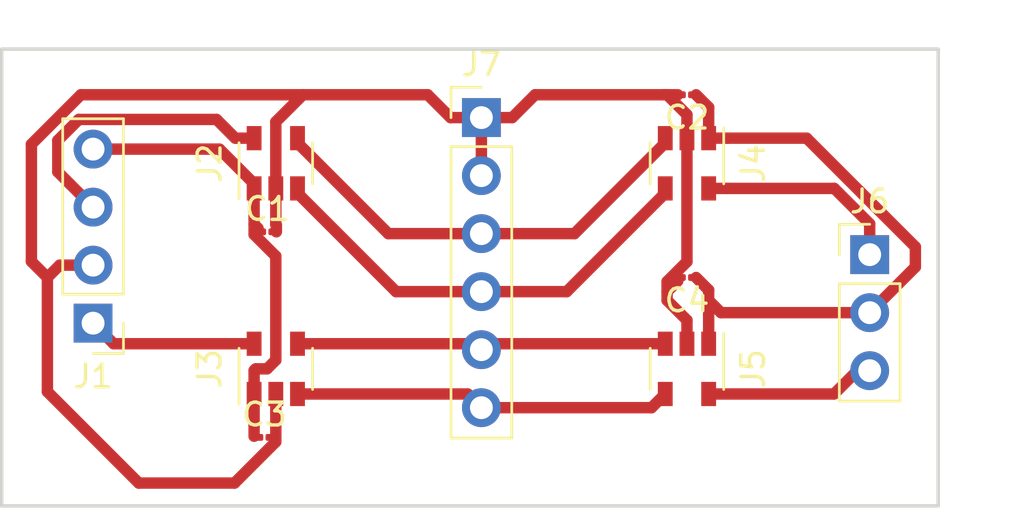
<source format=kicad_pcb>
(kicad_pcb (version 20171130) (host pcbnew 5.0.2-bee76a0~70~ubuntu18.04.1)

  (general
    (thickness 1.6)
    (drawings 4)
    (tracks 95)
    (zones 0)
    (modules 11)
    (nets 11)
  )

  (page A4)
  (layers
    (0 F.Cu signal)
    (31 B.Cu signal)
    (32 B.Adhes user)
    (33 F.Adhes user)
    (34 B.Paste user)
    (35 F.Paste user)
    (36 B.SilkS user)
    (37 F.SilkS user)
    (38 B.Mask user)
    (39 F.Mask user)
    (40 Dwgs.User user)
    (41 Cmts.User user)
    (42 Eco1.User user)
    (43 Eco2.User user)
    (44 Edge.Cuts user)
    (45 Margin user)
    (46 B.CrtYd user)
    (47 F.CrtYd user)
    (48 B.Fab user)
    (49 F.Fab user)
  )

  (setup
    (last_trace_width 0.5)
    (trace_clearance 0.2)
    (zone_clearance 0.508)
    (zone_45_only no)
    (trace_min 0.2)
    (segment_width 0.2)
    (edge_width 0.15)
    (via_size 0.8)
    (via_drill 0.4)
    (via_min_size 0.4)
    (via_min_drill 0.3)
    (uvia_size 0.3)
    (uvia_drill 0.1)
    (uvias_allowed no)
    (uvia_min_size 0.2)
    (uvia_min_drill 0.1)
    (pcb_text_width 0.3)
    (pcb_text_size 1.5 1.5)
    (mod_edge_width 0.15)
    (mod_text_size 1 1)
    (mod_text_width 0.15)
    (pad_size 1.524 1.524)
    (pad_drill 0.762)
    (pad_to_mask_clearance 0.051)
    (solder_mask_min_width 0.25)
    (aux_axis_origin 0 0)
    (visible_elements FFFFFF7F)
    (pcbplotparams
      (layerselection 0x01000_7fffffff)
      (usegerberextensions false)
      (usegerberattributes false)
      (usegerberadvancedattributes false)
      (creategerberjobfile false)
      (excludeedgelayer true)
      (linewidth 0.100000)
      (plotframeref false)
      (viasonmask false)
      (mode 1)
      (useauxorigin false)
      (hpglpennumber 1)
      (hpglpenspeed 20)
      (hpglpendiameter 15.000000)
      (psnegative false)
      (psa4output false)
      (plotreference true)
      (plotvalue true)
      (plotinvisibletext false)
      (padsonsilk false)
      (subtractmaskfromsilk false)
      (outputformat 1)
      (mirror false)
      (drillshape 0)
      (scaleselection 1)
      (outputdirectory "grb"))
  )

  (net 0 "")
  (net 1 GND)
  (net 2 +3V3)
  (net 3 RX_1)
  (net 4 TX_0)
  (net 5 RX_0)
  (net 6 TX_1)
  (net 7 Z0)
  (net 8 Y0)
  (net 9 Z1)
  (net 10 Y1)

  (net_class Default "This is the default net class."
    (clearance 0.2)
    (trace_width 0.5)
    (via_dia 0.8)
    (via_drill 0.4)
    (uvia_dia 0.3)
    (uvia_drill 0.1)
    (add_net +3V3)
    (add_net GND)
    (add_net RX_0)
    (add_net RX_1)
    (add_net TX_0)
    (add_net TX_1)
    (add_net Y0)
    (add_net Y1)
    (add_net Z0)
    (add_net Z1)
  )

  (module Capacitor_SMD:C_01005_0402Metric (layer F.Cu) (tedit 5B301BBE) (tstamp 5D66FD36)
    (at 11.625001 8)
    (descr "Capacitor SMD 01005 (0402 Metric), square (rectangular) end terminal, IPC_7351 nominal, (Body size source: http://www.vishay.com/docs/20056/crcw01005e3.pdf), generated with kicad-footprint-generator")
    (tags capacitor)
    (path /5D5ACE11)
    (attr smd)
    (fp_text reference C1 (at 0 -1) (layer F.SilkS)
      (effects (font (size 1 1) (thickness 0.15)))
    )
    (fp_text value 0.1u (at 0 1) (layer F.Fab)
      (effects (font (size 1 1) (thickness 0.15)))
    )
    (fp_text user %R (at 0 -0.62) (layer F.Fab)
      (effects (font (size 0.25 0.25) (thickness 0.04)))
    )
    (fp_line (start 0.6 0.3) (end -0.6 0.3) (layer F.CrtYd) (width 0.05))
    (fp_line (start 0.6 -0.3) (end 0.6 0.3) (layer F.CrtYd) (width 0.05))
    (fp_line (start -0.6 -0.3) (end 0.6 -0.3) (layer F.CrtYd) (width 0.05))
    (fp_line (start -0.6 0.3) (end -0.6 -0.3) (layer F.CrtYd) (width 0.05))
    (fp_line (start 0.2 0.1) (end -0.2 0.1) (layer F.Fab) (width 0.1))
    (fp_line (start 0.2 -0.1) (end 0.2 0.1) (layer F.Fab) (width 0.1))
    (fp_line (start -0.2 -0.1) (end 0.2 -0.1) (layer F.Fab) (width 0.1))
    (fp_line (start -0.2 0.1) (end -0.2 -0.1) (layer F.Fab) (width 0.1))
    (pad 2 smd roundrect (at 0.25 0) (size 0.4 0.3) (layers F.Cu F.Mask) (roundrect_rratio 0.25)
      (net 1 GND))
    (pad 1 smd roundrect (at -0.25 0) (size 0.4 0.3) (layers F.Cu F.Mask) (roundrect_rratio 0.25)
      (net 2 +3V3))
    (pad "" smd roundrect (at 0.275 0) (size 0.27 0.27) (layers F.Paste) (roundrect_rratio 0.25))
    (pad "" smd roundrect (at -0.275 0) (size 0.27 0.27) (layers F.Paste) (roundrect_rratio 0.25))
    (model ${KISYS3DMOD}/Capacitor_SMD.3dshapes/C_01005_0402Metric.wrl
      (at (xyz 0 0 0))
      (scale (xyz 1 1 1))
      (rotate (xyz 0 0 0))
    )
  )

  (module Capacitor_SMD:C_01005_0402Metric (layer F.Cu) (tedit 5B301BBE) (tstamp 5D66FD47)
    (at 30 2 180)
    (descr "Capacitor SMD 01005 (0402 Metric), square (rectangular) end terminal, IPC_7351 nominal, (Body size source: http://www.vishay.com/docs/20056/crcw01005e3.pdf), generated with kicad-footprint-generator")
    (tags capacitor)
    (path /5D5ACE3A)
    (attr smd)
    (fp_text reference C2 (at 0 -1 180) (layer F.SilkS)
      (effects (font (size 1 1) (thickness 0.15)))
    )
    (fp_text value 0.1u (at 0 1 180) (layer F.Fab)
      (effects (font (size 1 1) (thickness 0.15)))
    )
    (fp_line (start -0.2 0.1) (end -0.2 -0.1) (layer F.Fab) (width 0.1))
    (fp_line (start -0.2 -0.1) (end 0.2 -0.1) (layer F.Fab) (width 0.1))
    (fp_line (start 0.2 -0.1) (end 0.2 0.1) (layer F.Fab) (width 0.1))
    (fp_line (start 0.2 0.1) (end -0.2 0.1) (layer F.Fab) (width 0.1))
    (fp_line (start -0.6 0.3) (end -0.6 -0.3) (layer F.CrtYd) (width 0.05))
    (fp_line (start -0.6 -0.3) (end 0.6 -0.3) (layer F.CrtYd) (width 0.05))
    (fp_line (start 0.6 -0.3) (end 0.6 0.3) (layer F.CrtYd) (width 0.05))
    (fp_line (start 0.6 0.3) (end -0.6 0.3) (layer F.CrtYd) (width 0.05))
    (fp_text user %R (at 0 -0.62 180) (layer F.Fab)
      (effects (font (size 0.25 0.25) (thickness 0.04)))
    )
    (pad "" smd roundrect (at -0.275 0 180) (size 0.27 0.27) (layers F.Paste) (roundrect_rratio 0.25))
    (pad "" smd roundrect (at 0.275 0 180) (size 0.27 0.27) (layers F.Paste) (roundrect_rratio 0.25))
    (pad 1 smd roundrect (at -0.25 0 180) (size 0.4 0.3) (layers F.Cu F.Mask) (roundrect_rratio 0.25)
      (net 2 +3V3))
    (pad 2 smd roundrect (at 0.25 0 180) (size 0.4 0.3) (layers F.Cu F.Mask) (roundrect_rratio 0.25)
      (net 1 GND))
    (model ${KISYS3DMOD}/Capacitor_SMD.3dshapes/C_01005_0402Metric.wrl
      (at (xyz 0 0 0))
      (scale (xyz 1 1 1))
      (rotate (xyz 0 0 0))
    )
  )

  (module Capacitor_SMD:C_01005_0402Metric (layer F.Cu) (tedit 5B301BBE) (tstamp 5D66FD58)
    (at 11.5 17)
    (descr "Capacitor SMD 01005 (0402 Metric), square (rectangular) end terminal, IPC_7351 nominal, (Body size source: http://www.vishay.com/docs/20056/crcw01005e3.pdf), generated with kicad-footprint-generator")
    (tags capacitor)
    (path /5D5ACA20)
    (attr smd)
    (fp_text reference C3 (at 0 -1) (layer F.SilkS)
      (effects (font (size 1 1) (thickness 0.15)))
    )
    (fp_text value 0.1u (at 0 1) (layer F.Fab)
      (effects (font (size 1 1) (thickness 0.15)))
    )
    (fp_line (start -0.2 0.1) (end -0.2 -0.1) (layer F.Fab) (width 0.1))
    (fp_line (start -0.2 -0.1) (end 0.2 -0.1) (layer F.Fab) (width 0.1))
    (fp_line (start 0.2 -0.1) (end 0.2 0.1) (layer F.Fab) (width 0.1))
    (fp_line (start 0.2 0.1) (end -0.2 0.1) (layer F.Fab) (width 0.1))
    (fp_line (start -0.6 0.3) (end -0.6 -0.3) (layer F.CrtYd) (width 0.05))
    (fp_line (start -0.6 -0.3) (end 0.6 -0.3) (layer F.CrtYd) (width 0.05))
    (fp_line (start 0.6 -0.3) (end 0.6 0.3) (layer F.CrtYd) (width 0.05))
    (fp_line (start 0.6 0.3) (end -0.6 0.3) (layer F.CrtYd) (width 0.05))
    (fp_text user %R (at 0 -0.62) (layer F.Fab)
      (effects (font (size 0.25 0.25) (thickness 0.04)))
    )
    (pad "" smd roundrect (at -0.275 0) (size 0.27 0.27) (layers F.Paste) (roundrect_rratio 0.25))
    (pad "" smd roundrect (at 0.275 0) (size 0.27 0.27) (layers F.Paste) (roundrect_rratio 0.25))
    (pad 1 smd roundrect (at -0.25 0) (size 0.4 0.3) (layers F.Cu F.Mask) (roundrect_rratio 0.25)
      (net 2 +3V3))
    (pad 2 smd roundrect (at 0.25 0) (size 0.4 0.3) (layers F.Cu F.Mask) (roundrect_rratio 0.25)
      (net 1 GND))
    (model ${KISYS3DMOD}/Capacitor_SMD.3dshapes/C_01005_0402Metric.wrl
      (at (xyz 0 0 0))
      (scale (xyz 1 1 1))
      (rotate (xyz 0 0 0))
    )
  )

  (module Capacitor_SMD:C_01005_0402Metric (layer F.Cu) (tedit 5B301BBE) (tstamp 5D66FD69)
    (at 30 10 180)
    (descr "Capacitor SMD 01005 (0402 Metric), square (rectangular) end terminal, IPC_7351 nominal, (Body size source: http://www.vishay.com/docs/20056/crcw01005e3.pdf), generated with kicad-footprint-generator")
    (tags capacitor)
    (path /5D5ACE99)
    (attr smd)
    (fp_text reference C4 (at 0 -1 180) (layer F.SilkS)
      (effects (font (size 1 1) (thickness 0.15)))
    )
    (fp_text value 0.1u (at 0 1 180) (layer F.Fab)
      (effects (font (size 1 1) (thickness 0.15)))
    )
    (fp_text user %R (at 0 -0.62 180) (layer F.Fab)
      (effects (font (size 0.25 0.25) (thickness 0.04)))
    )
    (fp_line (start 0.6 0.3) (end -0.6 0.3) (layer F.CrtYd) (width 0.05))
    (fp_line (start 0.6 -0.3) (end 0.6 0.3) (layer F.CrtYd) (width 0.05))
    (fp_line (start -0.6 -0.3) (end 0.6 -0.3) (layer F.CrtYd) (width 0.05))
    (fp_line (start -0.6 0.3) (end -0.6 -0.3) (layer F.CrtYd) (width 0.05))
    (fp_line (start 0.2 0.1) (end -0.2 0.1) (layer F.Fab) (width 0.1))
    (fp_line (start 0.2 -0.1) (end 0.2 0.1) (layer F.Fab) (width 0.1))
    (fp_line (start -0.2 -0.1) (end 0.2 -0.1) (layer F.Fab) (width 0.1))
    (fp_line (start -0.2 0.1) (end -0.2 -0.1) (layer F.Fab) (width 0.1))
    (pad 2 smd roundrect (at 0.25 0 180) (size 0.4 0.3) (layers F.Cu F.Mask) (roundrect_rratio 0.25)
      (net 1 GND))
    (pad 1 smd roundrect (at -0.25 0 180) (size 0.4 0.3) (layers F.Cu F.Mask) (roundrect_rratio 0.25)
      (net 2 +3V3))
    (pad "" smd roundrect (at 0.275 0 180) (size 0.27 0.27) (layers F.Paste) (roundrect_rratio 0.25))
    (pad "" smd roundrect (at -0.275 0 180) (size 0.27 0.27) (layers F.Paste) (roundrect_rratio 0.25))
    (model ${KISYS3DMOD}/Capacitor_SMD.3dshapes/C_01005_0402Metric.wrl
      (at (xyz 0 0 0))
      (scale (xyz 1 1 1))
      (rotate (xyz 0 0 0))
    )
  )

  (module Connector_PinHeader_2.54mm:PinHeader_1x04_P2.54mm_Vertical (layer F.Cu) (tedit 59FED5CC) (tstamp 5D66FD81)
    (at 4 12 180)
    (descr "Through hole straight pin header, 1x04, 2.54mm pitch, single row")
    (tags "Through hole pin header THT 1x04 2.54mm single row")
    (path /5D5ABB9B)
    (fp_text reference J1 (at 0 -2.33 180) (layer F.SilkS)
      (effects (font (size 1 1) (thickness 0.15)))
    )
    (fp_text value FPGA_0 (at 0 9.95 180) (layer F.Fab)
      (effects (font (size 1 1) (thickness 0.15)))
    )
    (fp_line (start -0.635 -1.27) (end 1.27 -1.27) (layer F.Fab) (width 0.1))
    (fp_line (start 1.27 -1.27) (end 1.27 8.89) (layer F.Fab) (width 0.1))
    (fp_line (start 1.27 8.89) (end -1.27 8.89) (layer F.Fab) (width 0.1))
    (fp_line (start -1.27 8.89) (end -1.27 -0.635) (layer F.Fab) (width 0.1))
    (fp_line (start -1.27 -0.635) (end -0.635 -1.27) (layer F.Fab) (width 0.1))
    (fp_line (start -1.33 8.95) (end 1.33 8.95) (layer F.SilkS) (width 0.12))
    (fp_line (start -1.33 1.27) (end -1.33 8.95) (layer F.SilkS) (width 0.12))
    (fp_line (start 1.33 1.27) (end 1.33 8.95) (layer F.SilkS) (width 0.12))
    (fp_line (start -1.33 1.27) (end 1.33 1.27) (layer F.SilkS) (width 0.12))
    (fp_line (start -1.33 0) (end -1.33 -1.33) (layer F.SilkS) (width 0.12))
    (fp_line (start -1.33 -1.33) (end 0 -1.33) (layer F.SilkS) (width 0.12))
    (fp_line (start -1.8 -1.8) (end -1.8 9.4) (layer F.CrtYd) (width 0.05))
    (fp_line (start -1.8 9.4) (end 1.8 9.4) (layer F.CrtYd) (width 0.05))
    (fp_line (start 1.8 9.4) (end 1.8 -1.8) (layer F.CrtYd) (width 0.05))
    (fp_line (start 1.8 -1.8) (end -1.8 -1.8) (layer F.CrtYd) (width 0.05))
    (fp_text user %R (at 0 3.81 270) (layer F.Fab)
      (effects (font (size 1 1) (thickness 0.15)))
    )
    (pad 1 thru_hole rect (at 0 0 180) (size 1.7 1.7) (drill 1) (layers *.Cu *.Mask)
      (net 3 RX_1))
    (pad 2 thru_hole oval (at 0 2.54 180) (size 1.7 1.7) (drill 1) (layers *.Cu *.Mask)
      (net 1 GND))
    (pad 3 thru_hole oval (at 0 5.08 180) (size 1.7 1.7) (drill 1) (layers *.Cu *.Mask)
      (net 4 TX_0))
    (pad 4 thru_hole oval (at 0 7.62 180) (size 1.7 1.7) (drill 1) (layers *.Cu *.Mask)
      (net 2 +3V3))
    (model ${KISYS3DMOD}/Connector_PinHeader_2.54mm.3dshapes/PinHeader_1x04_P2.54mm_Vertical.wrl
      (at (xyz 0 0 0))
      (scale (xyz 1 1 1))
      (rotate (xyz 0 0 0))
    )
  )

  (module Package_TO_SOT_SMD:SOT-23-5 (layer F.Cu) (tedit 5A02FF57) (tstamp 5D66FD96)
    (at 12 5 90)
    (descr "5-pin SOT23 package")
    (tags SOT-23-5)
    (path /5D5AB361)
    (attr smd)
    (fp_text reference J2 (at 0 -2.9 90) (layer F.SilkS)
      (effects (font (size 1 1) (thickness 0.15)))
    )
    (fp_text value LVDS_TRANSMITTER (at 0 2.9 90) (layer F.Fab)
      (effects (font (size 1 1) (thickness 0.15)))
    )
    (fp_text user %R (at 0 0 180) (layer F.Fab)
      (effects (font (size 0.5 0.5) (thickness 0.075)))
    )
    (fp_line (start -0.9 1.61) (end 0.9 1.61) (layer F.SilkS) (width 0.12))
    (fp_line (start 0.9 -1.61) (end -1.55 -1.61) (layer F.SilkS) (width 0.12))
    (fp_line (start -1.9 -1.8) (end 1.9 -1.8) (layer F.CrtYd) (width 0.05))
    (fp_line (start 1.9 -1.8) (end 1.9 1.8) (layer F.CrtYd) (width 0.05))
    (fp_line (start 1.9 1.8) (end -1.9 1.8) (layer F.CrtYd) (width 0.05))
    (fp_line (start -1.9 1.8) (end -1.9 -1.8) (layer F.CrtYd) (width 0.05))
    (fp_line (start -0.9 -0.9) (end -0.25 -1.55) (layer F.Fab) (width 0.1))
    (fp_line (start 0.9 -1.55) (end -0.25 -1.55) (layer F.Fab) (width 0.1))
    (fp_line (start -0.9 -0.9) (end -0.9 1.55) (layer F.Fab) (width 0.1))
    (fp_line (start 0.9 1.55) (end -0.9 1.55) (layer F.Fab) (width 0.1))
    (fp_line (start 0.9 -1.55) (end 0.9 1.55) (layer F.Fab) (width 0.1))
    (pad 1 smd rect (at -1.1 -0.95 90) (size 1.06 0.65) (layers F.Cu F.Paste F.Mask)
      (net 2 +3V3))
    (pad 2 smd rect (at -1.1 0 90) (size 1.06 0.65) (layers F.Cu F.Paste F.Mask)
      (net 1 GND))
    (pad 3 smd rect (at -1.1 0.95 90) (size 1.06 0.65) (layers F.Cu F.Paste F.Mask)
      (net 7 Z0))
    (pad 4 smd rect (at 1.1 0.95 90) (size 1.06 0.65) (layers F.Cu F.Paste F.Mask)
      (net 8 Y0))
    (pad 5 smd rect (at 1.1 -0.95 90) (size 1.06 0.65) (layers F.Cu F.Paste F.Mask)
      (net 4 TX_0))
    (model ${KISYS3DMOD}/Package_TO_SOT_SMD.3dshapes/SOT-23-5.wrl
      (at (xyz 0 0 0))
      (scale (xyz 1 1 1))
      (rotate (xyz 0 0 0))
    )
  )

  (module Package_TO_SOT_SMD:SOT-23-5 (layer F.Cu) (tedit 5A02FF57) (tstamp 5D66FDAB)
    (at 12 14 90)
    (descr "5-pin SOT23 package")
    (tags SOT-23-5)
    (path /5D5AB8A4)
    (attr smd)
    (fp_text reference J3 (at 0 -2.9 90) (layer F.SilkS)
      (effects (font (size 1 1) (thickness 0.15)))
    )
    (fp_text value LVDS_RECEIVER (at 0 2.9 90) (layer F.Fab)
      (effects (font (size 1 1) (thickness 0.15)))
    )
    (fp_line (start 0.9 -1.55) (end 0.9 1.55) (layer F.Fab) (width 0.1))
    (fp_line (start 0.9 1.55) (end -0.9 1.55) (layer F.Fab) (width 0.1))
    (fp_line (start -0.9 -0.9) (end -0.9 1.55) (layer F.Fab) (width 0.1))
    (fp_line (start 0.9 -1.55) (end -0.25 -1.55) (layer F.Fab) (width 0.1))
    (fp_line (start -0.9 -0.9) (end -0.25 -1.55) (layer F.Fab) (width 0.1))
    (fp_line (start -1.9 1.8) (end -1.9 -1.8) (layer F.CrtYd) (width 0.05))
    (fp_line (start 1.9 1.8) (end -1.9 1.8) (layer F.CrtYd) (width 0.05))
    (fp_line (start 1.9 -1.8) (end 1.9 1.8) (layer F.CrtYd) (width 0.05))
    (fp_line (start -1.9 -1.8) (end 1.9 -1.8) (layer F.CrtYd) (width 0.05))
    (fp_line (start 0.9 -1.61) (end -1.55 -1.61) (layer F.SilkS) (width 0.12))
    (fp_line (start -0.9 1.61) (end 0.9 1.61) (layer F.SilkS) (width 0.12))
    (fp_text user %R (at 0 0 180) (layer F.Fab)
      (effects (font (size 0.5 0.5) (thickness 0.075)))
    )
    (pad 5 smd rect (at 1.1 -0.95 90) (size 1.06 0.65) (layers F.Cu F.Paste F.Mask)
      (net 3 RX_1))
    (pad 4 smd rect (at 1.1 0.95 90) (size 1.06 0.65) (layers F.Cu F.Paste F.Mask)
      (net 9 Z1))
    (pad 3 smd rect (at -1.1 0.95 90) (size 1.06 0.65) (layers F.Cu F.Paste F.Mask)
      (net 10 Y1))
    (pad 2 smd rect (at -1.1 0 90) (size 1.06 0.65) (layers F.Cu F.Paste F.Mask)
      (net 1 GND))
    (pad 1 smd rect (at -1.1 -0.95 90) (size 1.06 0.65) (layers F.Cu F.Paste F.Mask)
      (net 2 +3V3))
    (model ${KISYS3DMOD}/Package_TO_SOT_SMD.3dshapes/SOT-23-5.wrl
      (at (xyz 0 0 0))
      (scale (xyz 1 1 1))
      (rotate (xyz 0 0 0))
    )
  )

  (module Package_TO_SOT_SMD:SOT-23-5 (layer F.Cu) (tedit 5A02FF57) (tstamp 5D66FDC0)
    (at 30 5 270)
    (descr "5-pin SOT23 package")
    (tags SOT-23-5)
    (path /5D5AB3BD)
    (attr smd)
    (fp_text reference J4 (at 0 -2.9 270) (layer F.SilkS)
      (effects (font (size 1 1) (thickness 0.15)))
    )
    (fp_text value LVDS_RECEIVER (at 0 2.9 270) (layer F.Fab)
      (effects (font (size 1 1) (thickness 0.15)))
    )
    (fp_line (start 0.9 -1.55) (end 0.9 1.55) (layer F.Fab) (width 0.1))
    (fp_line (start 0.9 1.55) (end -0.9 1.55) (layer F.Fab) (width 0.1))
    (fp_line (start -0.9 -0.9) (end -0.9 1.55) (layer F.Fab) (width 0.1))
    (fp_line (start 0.9 -1.55) (end -0.25 -1.55) (layer F.Fab) (width 0.1))
    (fp_line (start -0.9 -0.9) (end -0.25 -1.55) (layer F.Fab) (width 0.1))
    (fp_line (start -1.9 1.8) (end -1.9 -1.8) (layer F.CrtYd) (width 0.05))
    (fp_line (start 1.9 1.8) (end -1.9 1.8) (layer F.CrtYd) (width 0.05))
    (fp_line (start 1.9 -1.8) (end 1.9 1.8) (layer F.CrtYd) (width 0.05))
    (fp_line (start -1.9 -1.8) (end 1.9 -1.8) (layer F.CrtYd) (width 0.05))
    (fp_line (start 0.9 -1.61) (end -1.55 -1.61) (layer F.SilkS) (width 0.12))
    (fp_line (start -0.9 1.61) (end 0.9 1.61) (layer F.SilkS) (width 0.12))
    (fp_text user %R (at 0 0) (layer F.Fab)
      (effects (font (size 0.5 0.5) (thickness 0.075)))
    )
    (pad 5 smd rect (at 1.1 -0.95 270) (size 1.06 0.65) (layers F.Cu F.Paste F.Mask)
      (net 5 RX_0))
    (pad 4 smd rect (at 1.1 0.95 270) (size 1.06 0.65) (layers F.Cu F.Paste F.Mask)
      (net 7 Z0))
    (pad 3 smd rect (at -1.1 0.95 270) (size 1.06 0.65) (layers F.Cu F.Paste F.Mask)
      (net 8 Y0))
    (pad 2 smd rect (at -1.1 0 270) (size 1.06 0.65) (layers F.Cu F.Paste F.Mask)
      (net 1 GND))
    (pad 1 smd rect (at -1.1 -0.95 270) (size 1.06 0.65) (layers F.Cu F.Paste F.Mask)
      (net 2 +3V3))
    (model ${KISYS3DMOD}/Package_TO_SOT_SMD.3dshapes/SOT-23-5.wrl
      (at (xyz 0 0 0))
      (scale (xyz 1 1 1))
      (rotate (xyz 0 0 0))
    )
  )

  (module Package_TO_SOT_SMD:SOT-23-5 (layer F.Cu) (tedit 5A02FF57) (tstamp 5D66FDD5)
    (at 30 14 270)
    (descr "5-pin SOT23 package")
    (tags SOT-23-5)
    (path /5D5AB89E)
    (attr smd)
    (fp_text reference J5 (at 0 -2.9 270) (layer F.SilkS)
      (effects (font (size 1 1) (thickness 0.15)))
    )
    (fp_text value LVDS_TRANSMITTER (at 0 2.9 270) (layer F.Fab)
      (effects (font (size 1 1) (thickness 0.15)))
    )
    (fp_text user %R (at 0 0) (layer F.Fab)
      (effects (font (size 0.5 0.5) (thickness 0.075)))
    )
    (fp_line (start -0.9 1.61) (end 0.9 1.61) (layer F.SilkS) (width 0.12))
    (fp_line (start 0.9 -1.61) (end -1.55 -1.61) (layer F.SilkS) (width 0.12))
    (fp_line (start -1.9 -1.8) (end 1.9 -1.8) (layer F.CrtYd) (width 0.05))
    (fp_line (start 1.9 -1.8) (end 1.9 1.8) (layer F.CrtYd) (width 0.05))
    (fp_line (start 1.9 1.8) (end -1.9 1.8) (layer F.CrtYd) (width 0.05))
    (fp_line (start -1.9 1.8) (end -1.9 -1.8) (layer F.CrtYd) (width 0.05))
    (fp_line (start -0.9 -0.9) (end -0.25 -1.55) (layer F.Fab) (width 0.1))
    (fp_line (start 0.9 -1.55) (end -0.25 -1.55) (layer F.Fab) (width 0.1))
    (fp_line (start -0.9 -0.9) (end -0.9 1.55) (layer F.Fab) (width 0.1))
    (fp_line (start 0.9 1.55) (end -0.9 1.55) (layer F.Fab) (width 0.1))
    (fp_line (start 0.9 -1.55) (end 0.9 1.55) (layer F.Fab) (width 0.1))
    (pad 1 smd rect (at -1.1 -0.95 270) (size 1.06 0.65) (layers F.Cu F.Paste F.Mask)
      (net 2 +3V3))
    (pad 2 smd rect (at -1.1 0 270) (size 1.06 0.65) (layers F.Cu F.Paste F.Mask)
      (net 1 GND))
    (pad 3 smd rect (at -1.1 0.95 270) (size 1.06 0.65) (layers F.Cu F.Paste F.Mask)
      (net 9 Z1))
    (pad 4 smd rect (at 1.1 0.95 270) (size 1.06 0.65) (layers F.Cu F.Paste F.Mask)
      (net 10 Y1))
    (pad 5 smd rect (at 1.1 -0.95 270) (size 1.06 0.65) (layers F.Cu F.Paste F.Mask)
      (net 6 TX_1))
    (model ${KISYS3DMOD}/Package_TO_SOT_SMD.3dshapes/SOT-23-5.wrl
      (at (xyz 0 0 0))
      (scale (xyz 1 1 1))
      (rotate (xyz 0 0 0))
    )
  )

  (module Connector_PinHeader_2.54mm:PinHeader_1x06_P2.54mm_Vertical (layer F.Cu) (tedit 59FED5CC) (tstamp 5D670297)
    (at 21 3)
    (descr "Through hole straight pin header, 1x06, 2.54mm pitch, single row")
    (tags "Through hole pin header THT 1x06 2.54mm single row")
    (path /5D5AD575)
    (fp_text reference J7 (at 0 -2.33) (layer F.SilkS)
      (effects (font (size 1 1) (thickness 0.15)))
    )
    (fp_text value Conn_01x06_Male (at 0 15.03) (layer F.Fab)
      (effects (font (size 1 1) (thickness 0.15)))
    )
    (fp_line (start -0.635 -1.27) (end 1.27 -1.27) (layer F.Fab) (width 0.1))
    (fp_line (start 1.27 -1.27) (end 1.27 13.97) (layer F.Fab) (width 0.1))
    (fp_line (start 1.27 13.97) (end -1.27 13.97) (layer F.Fab) (width 0.1))
    (fp_line (start -1.27 13.97) (end -1.27 -0.635) (layer F.Fab) (width 0.1))
    (fp_line (start -1.27 -0.635) (end -0.635 -1.27) (layer F.Fab) (width 0.1))
    (fp_line (start -1.33 14.03) (end 1.33 14.03) (layer F.SilkS) (width 0.12))
    (fp_line (start -1.33 1.27) (end -1.33 14.03) (layer F.SilkS) (width 0.12))
    (fp_line (start 1.33 1.27) (end 1.33 14.03) (layer F.SilkS) (width 0.12))
    (fp_line (start -1.33 1.27) (end 1.33 1.27) (layer F.SilkS) (width 0.12))
    (fp_line (start -1.33 0) (end -1.33 -1.33) (layer F.SilkS) (width 0.12))
    (fp_line (start -1.33 -1.33) (end 0 -1.33) (layer F.SilkS) (width 0.12))
    (fp_line (start -1.8 -1.8) (end -1.8 14.5) (layer F.CrtYd) (width 0.05))
    (fp_line (start -1.8 14.5) (end 1.8 14.5) (layer F.CrtYd) (width 0.05))
    (fp_line (start 1.8 14.5) (end 1.8 -1.8) (layer F.CrtYd) (width 0.05))
    (fp_line (start 1.8 -1.8) (end -1.8 -1.8) (layer F.CrtYd) (width 0.05))
    (fp_text user %R (at 0 6.35 90) (layer F.Fab)
      (effects (font (size 1 1) (thickness 0.15)))
    )
    (pad 1 thru_hole rect (at 0 0) (size 1.7 1.7) (drill 1) (layers *.Cu *.Mask)
      (net 1 GND))
    (pad 2 thru_hole oval (at 0 2.54) (size 1.7 1.7) (drill 1) (layers *.Cu *.Mask)
      (net 1 GND))
    (pad 3 thru_hole oval (at 0 5.08) (size 1.7 1.7) (drill 1) (layers *.Cu *.Mask)
      (net 8 Y0))
    (pad 4 thru_hole oval (at 0 7.62) (size 1.7 1.7) (drill 1) (layers *.Cu *.Mask)
      (net 7 Z0))
    (pad 5 thru_hole oval (at 0 10.16) (size 1.7 1.7) (drill 1) (layers *.Cu *.Mask)
      (net 9 Z1))
    (pad 6 thru_hole oval (at 0 12.7) (size 1.7 1.7) (drill 1) (layers *.Cu *.Mask)
      (net 10 Y1))
    (model ${KISYS3DMOD}/Connector_PinHeader_2.54mm.3dshapes/PinHeader_1x06_P2.54mm_Vertical.wrl
      (at (xyz 0 0 0))
      (scale (xyz 1 1 1))
      (rotate (xyz 0 0 0))
    )
  )

  (module Connector_PinHeader_2.54mm:PinHeader_1x03_P2.54mm_Vertical (layer F.Cu) (tedit 59FED5CC) (tstamp 5D67096F)
    (at 38 9)
    (descr "Through hole straight pin header, 1x03, 2.54mm pitch, single row")
    (tags "Through hole pin header THT 1x03 2.54mm single row")
    (path /5D5AE02C)
    (fp_text reference J6 (at 0 -2.33) (layer F.SilkS)
      (effects (font (size 1 1) (thickness 0.15)))
    )
    (fp_text value Conn_01x03_Male (at 0 7.41) (layer F.Fab)
      (effects (font (size 1 1) (thickness 0.15)))
    )
    (fp_line (start -0.635 -1.27) (end 1.27 -1.27) (layer F.Fab) (width 0.1))
    (fp_line (start 1.27 -1.27) (end 1.27 6.35) (layer F.Fab) (width 0.1))
    (fp_line (start 1.27 6.35) (end -1.27 6.35) (layer F.Fab) (width 0.1))
    (fp_line (start -1.27 6.35) (end -1.27 -0.635) (layer F.Fab) (width 0.1))
    (fp_line (start -1.27 -0.635) (end -0.635 -1.27) (layer F.Fab) (width 0.1))
    (fp_line (start -1.33 6.41) (end 1.33 6.41) (layer F.SilkS) (width 0.12))
    (fp_line (start -1.33 1.27) (end -1.33 6.41) (layer F.SilkS) (width 0.12))
    (fp_line (start 1.33 1.27) (end 1.33 6.41) (layer F.SilkS) (width 0.12))
    (fp_line (start -1.33 1.27) (end 1.33 1.27) (layer F.SilkS) (width 0.12))
    (fp_line (start -1.33 0) (end -1.33 -1.33) (layer F.SilkS) (width 0.12))
    (fp_line (start -1.33 -1.33) (end 0 -1.33) (layer F.SilkS) (width 0.12))
    (fp_line (start -1.8 -1.8) (end -1.8 6.85) (layer F.CrtYd) (width 0.05))
    (fp_line (start -1.8 6.85) (end 1.8 6.85) (layer F.CrtYd) (width 0.05))
    (fp_line (start 1.8 6.85) (end 1.8 -1.8) (layer F.CrtYd) (width 0.05))
    (fp_line (start 1.8 -1.8) (end -1.8 -1.8) (layer F.CrtYd) (width 0.05))
    (fp_text user %R (at 0 2.54 90) (layer F.Fab)
      (effects (font (size 1 1) (thickness 0.15)))
    )
    (pad 1 thru_hole rect (at 0 0) (size 1.7 1.7) (drill 1) (layers *.Cu *.Mask)
      (net 5 RX_0))
    (pad 2 thru_hole oval (at 0 2.54) (size 1.7 1.7) (drill 1) (layers *.Cu *.Mask)
      (net 2 +3V3))
    (pad 3 thru_hole oval (at 0 5.08) (size 1.7 1.7) (drill 1) (layers *.Cu *.Mask)
      (net 6 TX_1))
    (model ${KISYS3DMOD}/Connector_PinHeader_2.54mm.3dshapes/PinHeader_1x03_P2.54mm_Vertical.wrl
      (at (xyz 0 0 0))
      (scale (xyz 1 1 1))
      (rotate (xyz 0 0 0))
    )
  )

  (gr_line (start 0 20) (end 0 0) (layer Edge.Cuts) (width 0.15))
  (gr_line (start 41 20) (end 0 20) (layer Edge.Cuts) (width 0.15))
  (gr_line (start 41 0) (end 41 20) (layer Edge.Cuts) (width 0.15))
  (gr_line (start 0 0) (end 41 0) (layer Edge.Cuts) (width 0.15))

  (segment (start 12 15.1) (end 12 17) (width 0.5) (layer F.Cu) (net 1))
  (segment (start 30 11.87) (end 29.13 11) (width 0.5) (layer F.Cu) (net 1))
  (segment (start 30 12.9) (end 30 11.87) (width 0.5) (layer F.Cu) (net 1))
  (segment (start 29.13 11) (end 29.13 10.62) (width 0.5) (layer F.Cu) (net 1))
  (segment (start 21 3) (end 21 5.54) (width 0.5) (layer F.Cu) (net 1))
  (segment (start 22.35 3) (end 23.35 2) (width 0.5) (layer F.Cu) (net 1))
  (segment (start 21 3) (end 22.35 3) (width 0.5) (layer F.Cu) (net 1))
  (segment (start 29.13 2) (end 29 2) (width 0.5) (layer F.Cu) (net 1))
  (segment (start 30 2.87) (end 29.13 2) (width 0.5) (layer F.Cu) (net 1))
  (segment (start 30 3.9) (end 30 2.87) (width 0.5) (layer F.Cu) (net 1))
  (segment (start 23.35 2) (end 29 2) (width 0.5) (layer F.Cu) (net 1))
  (segment (start 29 2) (end 29.59999 2) (width 0.5) (layer F.Cu) (net 1))
  (segment (start 2 15) (end 6 19) (width 0.5) (layer F.Cu) (net 1))
  (segment (start 10.192478 19) (end 12 17.192478) (width 0.5) (layer F.Cu) (net 1))
  (segment (start 6 19) (end 10.192478 19) (width 0.5) (layer F.Cu) (net 1))
  (segment (start 12 17.192478) (end 12 17) (width 0.5) (layer F.Cu) (net 1))
  (segment (start 29.13 10.62) (end 29.59999 10.15001) (width 0.5) (layer F.Cu) (net 1))
  (segment (start 12 6.1) (end 12 7.682521) (width 0.5) (layer F.Cu) (net 1))
  (segment (start 12.025011 7.707532) (end 12 7.682521) (width 0.5) (layer F.Cu) (net 1))
  (segment (start 12.025011 7.707532) (end 12.025011 8) (width 0.5) (layer F.Cu) (net 1))
  (segment (start 12 3.184998) (end 12 6.1) (width 0.5) (layer F.Cu) (net 1))
  (segment (start 13.184998 2) (end 12 3.184998) (width 0.5) (layer F.Cu) (net 1))
  (segment (start 19.65 3) (end 18.65 2) (width 0.5) (layer F.Cu) (net 1))
  (segment (start 18.65 2) (end 13.184998 2) (width 0.5) (layer F.Cu) (net 1))
  (segment (start 21 3) (end 19.65 3) (width 0.5) (layer F.Cu) (net 1))
  (segment (start 2.54 9.46) (end 2 10) (width 0.5) (layer F.Cu) (net 1))
  (segment (start 4 9.46) (end 2.54 9.46) (width 0.5) (layer F.Cu) (net 1))
  (segment (start 2 10) (end 2 15) (width 0.5) (layer F.Cu) (net 1))
  (segment (start 29.13 10.177522) (end 29.13 10.62) (width 0.5) (layer F.Cu) (net 1))
  (segment (start 30 9.307522) (end 29.13 10.177522) (width 0.5) (layer F.Cu) (net 1))
  (segment (start 30 3.9) (end 30 9.307522) (width 0.5) (layer F.Cu) (net 1))
  (segment (start 1.29999 9.29999) (end 2 10) (width 0.5) (layer F.Cu) (net 1))
  (segment (start 1.29999 4.166045) (end 1.29999 9.29999) (width 0.5) (layer F.Cu) (net 1))
  (segment (start 3.466036 2) (end 1.29999 4.166045) (width 0.5) (layer F.Cu) (net 1))
  (segment (start 13.184998 2) (end 3.466036 2) (width 0.5) (layer F.Cu) (net 1))
  (segment (start 11.05 5.895) (end 11.05 6.1) (width 0.5) (layer F.Cu) (net 2))
  (segment (start 9.535 4.38) (end 11.05 5.895) (width 0.5) (layer F.Cu) (net 2))
  (segment (start 4 4.38) (end 9.535 4.38) (width 0.5) (layer F.Cu) (net 2))
  (segment (start 11.05 7.674999) (end 11.224991 7.84999) (width 0.5) (layer F.Cu) (net 2))
  (segment (start 11.05 6.1) (end 11.05 7.674999) (width 0.5) (layer F.Cu) (net 2))
  (segment (start 11.05 15.1) (end 11.05 16.95) (width 0.5) (layer F.Cu) (net 2))
  (segment (start 30.95 10.54999) (end 30.40001 10) (width 0.5) (layer F.Cu) (net 2))
  (segment (start 30.95 3.9) (end 30.95 2.54999) (width 0.5) (layer F.Cu) (net 2))
  (segment (start 30.95 2.54999) (end 30.40001 2) (width 0.5) (layer F.Cu) (net 2))
  (segment (start 11.05 14.07) (end 11.12 14) (width 0.5) (layer F.Cu) (net 2))
  (segment (start 11.05 15.1) (end 11.05 14.07) (width 0.5) (layer F.Cu) (net 2))
  (segment (start 11.615002 14) (end 12 13.615002) (width 0.5) (layer F.Cu) (net 2))
  (segment (start 11.12 14) (end 11.615002 14) (width 0.5) (layer F.Cu) (net 2))
  (segment (start 11.05 8.117477) (end 11.05 7.674999) (width 0.5) (layer F.Cu) (net 2))
  (segment (start 12 9.067477) (end 11.05 8.117477) (width 0.5) (layer F.Cu) (net 2))
  (segment (start 12 13.615002) (end 12 9.067477) (width 0.5) (layer F.Cu) (net 2))
  (segment (start 31.49 11.54) (end 30.95 11) (width 0.5) (layer F.Cu) (net 2))
  (segment (start 30.95 12.9) (end 30.95 11) (width 0.5) (layer F.Cu) (net 2))
  (segment (start 38 11.54) (end 31.49 11.54) (width 0.5) (layer F.Cu) (net 2))
  (segment (start 30.95 11) (end 30.95 10.54999) (width 0.5) (layer F.Cu) (net 2))
  (segment (start 31.775 3.9) (end 30.95 3.9) (width 0.5) (layer F.Cu) (net 2))
  (segment (start 35.239962 3.9) (end 31.775 3.9) (width 0.5) (layer F.Cu) (net 2))
  (segment (start 40 8.660038) (end 35.239962 3.9) (width 0.5) (layer F.Cu) (net 2))
  (segment (start 40 9.54) (end 40 8.660038) (width 0.5) (layer F.Cu) (net 2))
  (segment (start 38 11.54) (end 40 9.54) (width 0.5) (layer F.Cu) (net 2))
  (segment (start 4.9 12.9) (end 4 12) (width 0.5) (layer F.Cu) (net 3))
  (segment (start 11.05 12.9) (end 4.9 12.9) (width 0.5) (layer F.Cu) (net 3))
  (segment (start 9.404999 3.079999) (end 3.375999 3.079999) (width 0.5) (layer F.Cu) (net 4))
  (segment (start 11.05 3.9) (end 10.225 3.9) (width 0.5) (layer F.Cu) (net 4))
  (segment (start 10.225 3.9) (end 9.404999 3.079999) (width 0.5) (layer F.Cu) (net 4))
  (segment (start 4 6.92) (end 3 5.92) (width 0.5) (layer F.Cu) (net 4))
  (segment (start 2.455998 5.375998) (end 3 5.92) (width 0.5) (layer F.Cu) (net 4))
  (segment (start 2.455998 4) (end 2.455998 5.375998) (width 0.5) (layer F.Cu) (net 4))
  (segment (start 3.375999 3.079999) (end 2.455998 4) (width 0.5) (layer F.Cu) (net 4))
  (segment (start 31.775 6.1) (end 30.95 6.1) (width 0.5) (layer F.Cu) (net 5))
  (segment (start 36.45 6.1) (end 31.775 6.1) (width 0.5) (layer F.Cu) (net 5))
  (segment (start 38 7.65) (end 36.45 6.1) (width 0.5) (layer F.Cu) (net 5))
  (segment (start 38 9) (end 38 7.65) (width 0.5) (layer F.Cu) (net 5))
  (segment (start 36.44 15.1) (end 38 13.54) (width 0.5) (layer F.Cu) (net 6))
  (segment (start 30.95 15.1) (end 36.44 15.1) (width 0.5) (layer F.Cu) (net 6))
  (segment (start 29.05 6.305) (end 29.05 6.1) (width 0.5) (layer F.Cu) (net 7))
  (segment (start 24.735 10.62) (end 29.05 6.305) (width 0.5) (layer F.Cu) (net 7))
  (segment (start 21 10.62) (end 24.735 10.62) (width 0.5) (layer F.Cu) (net 7))
  (segment (start 12.95 6.305) (end 12.95 6.1) (width 0.5) (layer F.Cu) (net 7))
  (segment (start 17.265 10.62) (end 12.95 6.305) (width 0.5) (layer F.Cu) (net 7))
  (segment (start 21 10.62) (end 17.265 10.62) (width 0.5) (layer F.Cu) (net 7))
  (segment (start 29.05 4.105) (end 29.05 3.9) (width 0.5) (layer F.Cu) (net 8))
  (segment (start 25.075 8.08) (end 29.05 4.105) (width 0.5) (layer F.Cu) (net 8))
  (segment (start 21 8.08) (end 25.075 8.08) (width 0.5) (layer F.Cu) (net 8))
  (segment (start 12.95 4.105) (end 12.95 3.9) (width 0.5) (layer F.Cu) (net 8))
  (segment (start 16.925 8.08) (end 12.95 4.105) (width 0.5) (layer F.Cu) (net 8))
  (segment (start 21 8.08) (end 16.925 8.08) (width 0.5) (layer F.Cu) (net 8))
  (segment (start 20.74 12.9) (end 21 13.16) (width 0.5) (layer F.Cu) (net 9))
  (segment (start 12.95 12.9) (end 20.74 12.9) (width 0.5) (layer F.Cu) (net 9))
  (segment (start 21.26 12.9) (end 21 13.16) (width 0.5) (layer F.Cu) (net 9))
  (segment (start 29.05 12.9) (end 21.26 12.9) (width 0.5) (layer F.Cu) (net 9))
  (segment (start 20.4 15.1) (end 21 15.7) (width 0.5) (layer F.Cu) (net 10))
  (segment (start 12.95 15.1) (end 20.4 15.1) (width 0.5) (layer F.Cu) (net 10))
  (segment (start 28.45 15.7) (end 29.05 15.1) (width 0.5) (layer F.Cu) (net 10))
  (segment (start 21 15.7) (end 28.45 15.7) (width 0.5) (layer F.Cu) (net 10))

)

</source>
